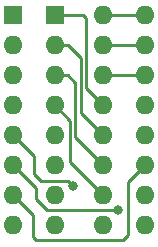
<source format=gbr>
G04 #@! TF.GenerationSoftware,KiCad,Pcbnew,(5.1.4)-1*
G04 #@! TF.CreationDate,2022-01-16T21:26:46-05:00*
G04 #@! TF.ProjectId,9301_to_74ls42,39333031-5f74-46f5-9f37-346c7334322e,rev?*
G04 #@! TF.SameCoordinates,Original*
G04 #@! TF.FileFunction,Copper,L1,Top*
G04 #@! TF.FilePolarity,Positive*
%FSLAX46Y46*%
G04 Gerber Fmt 4.6, Leading zero omitted, Abs format (unit mm)*
G04 Created by KiCad (PCBNEW (5.1.4)-1) date 2022-01-16 21:26:46*
%MOMM*%
%LPD*%
G04 APERTURE LIST*
%ADD10R,1.600000X1.600000*%
%ADD11O,1.600000X1.600000*%
%ADD12C,0.800000*%
%ADD13C,0.250000*%
G04 APERTURE END LIST*
D10*
X136250000Y-47500000D03*
D11*
X143870000Y-65280000D03*
X136250000Y-50040000D03*
X143870000Y-62740000D03*
X136250000Y-52580000D03*
X143870000Y-60200000D03*
X136250000Y-55120000D03*
X143870000Y-57660000D03*
X136250000Y-57660000D03*
X143870000Y-55120000D03*
X136250000Y-60200000D03*
X143870000Y-52580000D03*
X136250000Y-62740000D03*
X143870000Y-50040000D03*
X136250000Y-65280000D03*
X143870000Y-47500000D03*
X147370000Y-47500000D03*
X139750000Y-65280000D03*
X147370000Y-50040000D03*
X139750000Y-62740000D03*
X147370000Y-52580000D03*
X139750000Y-60200000D03*
X147370000Y-55120000D03*
X139750000Y-57660000D03*
X147370000Y-57660000D03*
X139750000Y-55120000D03*
X147370000Y-60200000D03*
X139750000Y-52580000D03*
X147370000Y-62740000D03*
X139750000Y-50040000D03*
X147370000Y-65280000D03*
D10*
X139750000Y-47500000D03*
D12*
X145150000Y-64000000D03*
X141300000Y-61950000D03*
D13*
X143870000Y-47500000D02*
X147370000Y-47500000D01*
X146238630Y-50040000D02*
X143870000Y-50040000D01*
X147370000Y-50040000D02*
X146238630Y-50040000D01*
X136250000Y-62740000D02*
X137950000Y-64440000D01*
X137950000Y-64440000D02*
X137950000Y-66300000D01*
X137950000Y-66300000D02*
X138150000Y-66500000D01*
X138150000Y-66500000D02*
X145550000Y-66500000D01*
X145550000Y-66500000D02*
X145950000Y-66100000D01*
X145950000Y-61620000D02*
X147370000Y-60200000D01*
X145950000Y-66100000D02*
X145950000Y-61620000D01*
X147370000Y-52580000D02*
X143870000Y-52580000D01*
X136250000Y-60200000D02*
X138200000Y-62150000D01*
X138200000Y-62150000D02*
X138200000Y-63050000D01*
X138200000Y-63050000D02*
X139150000Y-64000000D01*
X139150000Y-64000000D02*
X145150000Y-64000000D01*
X142400000Y-53650000D02*
X143870000Y-55120000D01*
X142400000Y-47750000D02*
X142400000Y-53650000D01*
X139750000Y-47500000D02*
X142150000Y-47500000D01*
X142150000Y-47500000D02*
X142400000Y-47750000D01*
X137049999Y-58459999D02*
X137059999Y-58459999D01*
X136250000Y-57660000D02*
X137049999Y-58459999D01*
X137059999Y-58459999D02*
X138050000Y-59450000D01*
X138050000Y-59450000D02*
X138050000Y-60950000D01*
X138050000Y-60950000D02*
X138600000Y-61500000D01*
X138600000Y-61500000D02*
X140850000Y-61500000D01*
X140850000Y-61500000D02*
X141300000Y-61950000D01*
X140881370Y-50040000D02*
X141950000Y-51108630D01*
X139750000Y-50040000D02*
X140881370Y-50040000D01*
X141950000Y-55740000D02*
X143870000Y-57660000D01*
X141950000Y-51108630D02*
X141950000Y-55740000D01*
X140881370Y-52580000D02*
X141500000Y-53198630D01*
X139750000Y-52580000D02*
X140881370Y-52580000D01*
X141500000Y-57830000D02*
X143870000Y-60200000D01*
X141500000Y-53198630D02*
X141500000Y-57830000D01*
X139750000Y-55120000D02*
X141050000Y-56420000D01*
X143070001Y-61940001D02*
X143870000Y-62740000D01*
X141049991Y-59919991D02*
X143070001Y-61940001D01*
X141049991Y-57643599D02*
X141049991Y-59919991D01*
X141050000Y-57643590D02*
X141049991Y-57643599D01*
X141050000Y-56420000D02*
X141050000Y-57643590D01*
M02*

</source>
